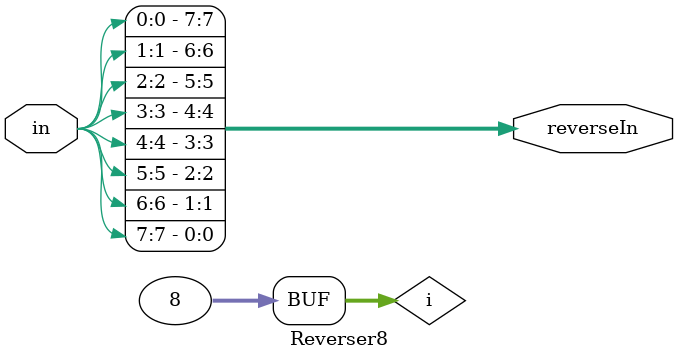
<source format=v>
/* ***************************************************************\
| Name of program : Reverser8
| Author : Charles Heckel
| Date Created : 6/04/2018
| Date last updated : 6/04/2018
| Function : mirrors the bits of the input and returns them
| Method : uses a for-loop to iterate through the input value
| Inputs : in			- 8bit value that will be mirrored
| Output : reverseIn	- 8bit return value
| Additional Comments : (Extras)
\*****************************************************************/

module Reverser8(input [7:0] in, output reg [7:0] reverseIn);
  // variables
  integer i;


  // Implementation
  always@(in)
  begin
    for (i = 0; i < 8; i = i + 1)	// starting from the MSB of in ...
    begin 
      reverseIn[i] = in[7-i];			// ... assign that number to the LSB of out
    end // for
  end // always

endmodule

</source>
